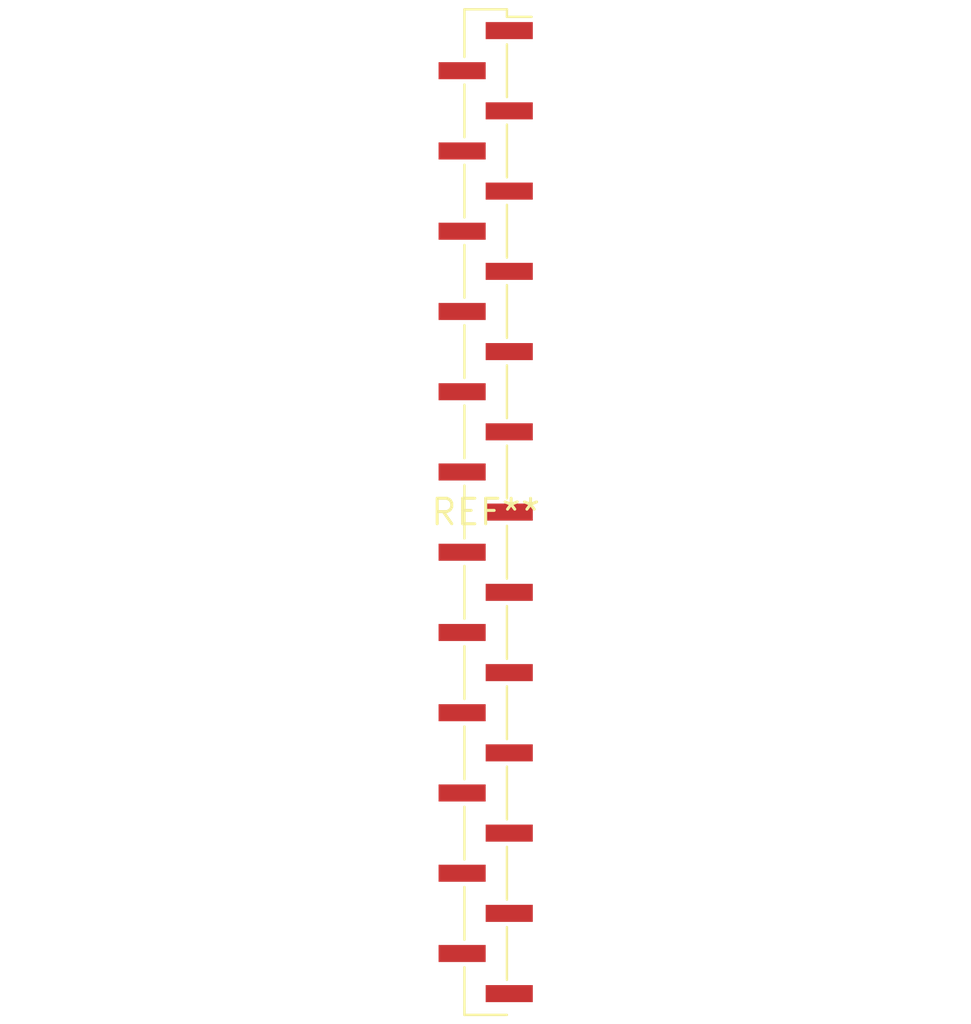
<source format=kicad_pcb>
(kicad_pcb (version 20240108) (generator pcbnew)
  (layers (0 "F.Cu" signal) (31 "B.Cu" signal) (34 "B.Paste" user) (35 "F.Paste" user) (36 "B.SilkS" user "B.Silkscreen") (37 "F.SilkS" user "F.Silkscreen") (38 "B.Mask" user) (39 "F.Mask" user) (44 "Edge.Cuts" user))
  (net 0 "")
  (footprint "PinHeader_1x25_P2.00mm_Vertical_SMD_Pin1Right" (layer "F.Cu") (at 0 0)
    (property "Reference" "REF**")
    (property "Value" "PinHeader_1x25_P2.00mm_Vertical_SMD_Pin1Right")
    (fp_line (start -1.06 -25.06) (end -1.06 -22.685) (layer "F.SilkS") (stroke (width 0.12)))
    (fp_line (start -1.06 -25.06) (end 1.06 -25.06) (layer "F.SilkS") (stroke (width 0.12)))
    (fp_line (start -1.06 -21.315) (end -1.06 -18.685) (layer "F.SilkS") (stroke (width 0.12)))
    (fp_line (start -1.06 -17.315) (end -1.06 -14.685) (layer "F.SilkS") (stroke (width 0.12)))
    (fp_line (start -1.06 -13.315) (end -1.06 -10.685) (layer "F.SilkS") (stroke (width 0.12)))
    (fp_line (start -1.06 -9.315) (end -1.06 -6.685) (layer "F.SilkS") (stroke (width 0.12)))
    (fp_line (start -1.06 -5.315) (end -1.06 -2.685) (layer "F.SilkS") (stroke (width 0.12)))
    (fp_line (start -1.06 -1.315) (end -1.06 1.315) (layer "F.SilkS") (stroke (width 0.12)))
    (fp_line (start -1.06 2.685) (end -1.06 5.315) (layer "F.SilkS") (stroke (width 0.12)))
    (fp_line (start -1.06 6.685) (end -1.06 9.315) (layer "F.SilkS") (stroke (width 0.12)))
    (fp_line (start -1.06 10.685) (end -1.06 13.315) (layer "F.SilkS") (stroke (width 0.12)))
    (fp_line (start -1.06 14.685) (end -1.06 17.315) (layer "F.SilkS") (stroke (width 0.12)))
    (fp_line (start -1.06 18.685) (end -1.06 21.315) (layer "F.SilkS") (stroke (width 0.12)))
    (fp_line (start -1.06 22.685) (end -1.06 25.06) (layer "F.SilkS") (stroke (width 0.12)))
    (fp_line (start -1.06 24.685) (end -1.06 25.06) (layer "F.SilkS") (stroke (width 0.12)))
    (fp_line (start -1.06 25.06) (end 1.06 25.06) (layer "F.SilkS") (stroke (width 0.12)))
    (fp_line (start 1.06 -25.06) (end 1.06 -24.685) (layer "F.SilkS") (stroke (width 0.12)))
    (fp_line (start 1.06 -24.685) (end 2.29 -24.685) (layer "F.SilkS") (stroke (width 0.12)))
    (fp_line (start 1.06 -23.315) (end 1.06 -20.685) (layer "F.SilkS") (stroke (width 0.12)))
    (fp_line (start 1.06 -19.315) (end 1.06 -16.685) (layer "F.SilkS") (stroke (width 0.12)))
    (fp_line (start 1.06 -15.315) (end 1.06 -12.685) (layer "F.SilkS") (stroke (width 0.12)))
    (fp_line (start 1.06 -11.315) (end 1.06 -8.685) (layer "F.SilkS") (stroke (width 0.12)))
    (fp_line (start 1.06 -7.315) (end 1.06 -4.685) (layer "F.SilkS") (stroke (width 0.12)))
    (fp_line (start 1.06 -3.315) (end 1.06 -0.685) (layer "F.SilkS") (stroke (width 0.12)))
    (fp_line (start 1.06 0.685) (end 1.06 3.315) (layer "F.SilkS") (stroke (width 0.12)))
    (fp_line (start 1.06 4.685) (end 1.06 7.315) (layer "F.SilkS") (stroke (width 0.12)))
    (fp_line (start 1.06 8.685) (end 1.06 11.315) (layer "F.SilkS") (stroke (width 0.12)))
    (fp_line (start 1.06 12.685) (end 1.06 15.315) (layer "F.SilkS") (stroke (width 0.12)))
    (fp_line (start 1.06 16.685) (end 1.06 19.315) (layer "F.SilkS") (stroke (width 0.12)))
    (fp_line (start 1.06 20.685) (end 1.06 23.315) (layer "F.SilkS") (stroke (width 0.12)))
    (pad "1" smd rect (at 1.175 -24) (size 2.35 0.85) (layers "F.Cu" "F.Paste" "F.Mask"))
    (pad "2" smd rect (at -1.175 -22) (size 2.35 0.85) (layers "F.Cu" "F.Paste" "F.Mask"))
    (pad "3" smd rect (at 1.175 -20) (size 2.35 0.85) (layers "F.Cu" "F.Paste" "F.Mask"))
    (pad "4" smd rect (at -1.175 -18) (size 2.35 0.85) (layers "F.Cu" "F.Paste" "F.Mask"))
    (pad "5" smd rect (at 1.175 -16) (size 2.35 0.85) (layers "F.Cu" "F.Paste" "F.Mask"))
    (pad "6" smd rect (at -1.175 -14) (size 2.35 0.85) (layers "F.Cu" "F.Paste" "F.Mask"))
    (pad "7" smd rect (at 1.175 -12) (size 2.35 0.85) (layers "F.Cu" "F.Paste" "F.Mask"))
    (pad "8" smd rect (at -1.175 -10) (size 2.35 0.85) (layers "F.Cu" "F.Paste" "F.Mask"))
    (pad "9" smd rect (at 1.175 -8) (size 2.35 0.85) (layers "F.Cu" "F.Paste" "F.Mask"))
    (pad "10" smd rect (at -1.175 -6) (size 2.35 0.85) (layers "F.Cu" "F.Paste" "F.Mask"))
    (pad "11" smd rect (at 1.175 -4) (size 2.35 0.85) (layers "F.Cu" "F.Paste" "F.Mask"))
    (pad "12" smd rect (at -1.175 -2) (size 2.35 0.85) (layers "F.Cu" "F.Paste" "F.Mask"))
    (pad "13" smd rect (at 1.175 0) (size 2.35 0.85) (layers "F.Cu" "F.Paste" "F.Mask"))
    (pad "14" smd rect (at -1.175 2) (size 2.35 0.85) (layers "F.Cu" "F.Paste" "F.Mask"))
    (pad "15" smd rect (at 1.175 4) (size 2.35 0.85) (layers "F.Cu" "F.Paste" "F.Mask"))
    (pad "16" smd rect (at -1.175 6) (size 2.35 0.85) (layers "F.Cu" "F.Paste" "F.Mask"))
    (pad "17" smd rect (at 1.175 8) (size 2.35 0.85) (layers "F.Cu" "F.Paste" "F.Mask"))
    (pad "18" smd rect (at -1.175 10) (size 2.35 0.85) (layers "F.Cu" "F.Paste" "F.Mask"))
    (pad "19" smd rect (at 1.175 12) (size 2.35 0.85) (layers "F.Cu" "F.Paste" "F.Mask"))
    (pad "20" smd rect (at -1.175 14) (size 2.35 0.85) (layers "F.Cu" "F.Paste" "F.Mask"))
    (pad "21" smd rect (at 1.175 16) (size 2.35 0.85) (layers "F.Cu" "F.Paste" "F.Mask"))
    (pad "22" smd rect (at -1.175 18) (size 2.35 0.85) (layers "F.Cu" "F.Paste" "F.Mask"))
    (pad "23" smd rect (at 1.175 20) (size 2.35 0.85) (layers "F.Cu" "F.Paste" "F.Mask"))
    (pad "24" smd rect (at -1.175 22) (size 2.35 0.85) (layers "F.Cu" "F.Paste" "F.Mask"))
    (pad "25" smd rect (at 1.175 24) (size 2.35 0.85) (layers "F.Cu" "F.Paste" "F.Mask"))
  )
)
</source>
